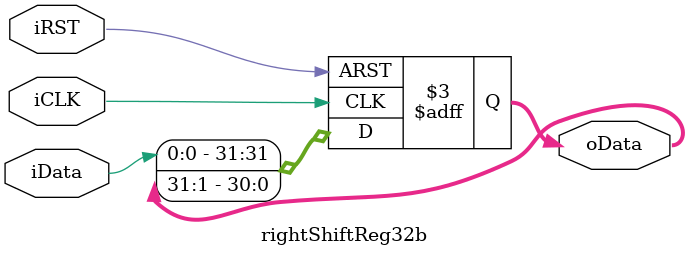
<source format=v>
module rightShiftReg32b (
	input 				iData,
	input					iCLK,
	input 				iRST,
	output reg [31:0] oData
	);
	
	
always@(posedge iCLK or negedge iRST)
begin
	if (!iRST) 	oData <= 32'b0;
	else			oData <= {iData, oData[31:1]};
end 

endmodule 
</source>
